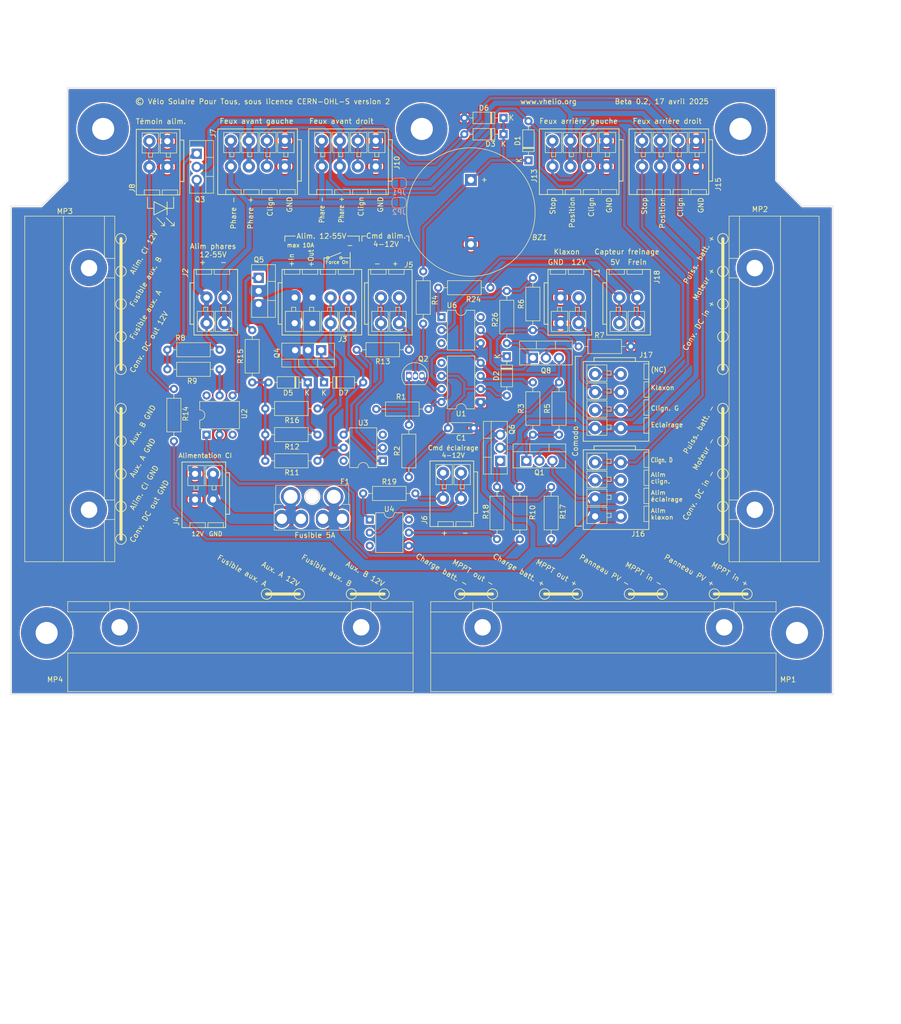
<source format=kicad_pcb>
(kicad_pcb (version 20211014) (generator pcbnew)

  (general
    (thickness 1.6)
  )

  (paper "A4")
  (layers
    (0 "F.Cu" signal)
    (31 "B.Cu" signal)
    (32 "B.Adhes" user "B.Adhesive")
    (33 "F.Adhes" user "F.Adhesive")
    (34 "B.Paste" user)
    (35 "F.Paste" user)
    (36 "B.SilkS" user "B.Silkscreen")
    (37 "F.SilkS" user "F.Silkscreen")
    (38 "B.Mask" user)
    (39 "F.Mask" user)
    (40 "Dwgs.User" user "User.Drawings")
    (41 "Cmts.User" user "User.Comments")
    (42 "Eco1.User" user "User.Eco1")
    (43 "Eco2.User" user "User.Eco2")
    (44 "Edge.Cuts" user)
    (45 "Margin" user)
    (46 "B.CrtYd" user "B.Courtyard")
    (47 "F.CrtYd" user "F.Courtyard")
    (48 "B.Fab" user)
    (49 "F.Fab" user)
    (50 "User.1" user)
    (51 "User.2" user)
    (52 "User.3" user)
    (53 "User.4" user)
    (54 "User.5" user)
    (55 "User.6" user)
    (56 "User.7" user)
    (57 "User.8" user)
    (58 "User.9" user)
  )

  (setup
    (stackup
      (layer "F.SilkS" (type "Top Silk Screen"))
      (layer "F.Paste" (type "Top Solder Paste"))
      (layer "F.Mask" (type "Top Solder Mask") (thickness 0.01))
      (layer "F.Cu" (type "copper") (thickness 0.035))
      (layer "dielectric 1" (type "core") (thickness 1.51) (material "FR4") (epsilon_r 4.5) (loss_tangent 0.02))
      (layer "B.Cu" (type "copper") (thickness 0.035))
      (layer "B.Mask" (type "Bottom Solder Mask") (thickness 0.01))
      (layer "B.Paste" (type "Bottom Solder Paste"))
      (layer "B.SilkS" (type "Bottom Silk Screen"))
      (copper_finish "None")
      (dielectric_constraints no)
    )
    (pad_to_mask_clearance 0)
    (pcbplotparams
      (layerselection 0x00010e0_ffffffff)
      (disableapertmacros false)
      (usegerberextensions false)
      (usegerberattributes true)
      (usegerberadvancedattributes true)
      (creategerberjobfile true)
      (svguseinch false)
      (svgprecision 6)
      (excludeedgelayer true)
      (plotframeref false)
      (viasonmask false)
      (mode 1)
      (useauxorigin false)
      (hpglpennumber 1)
      (hpglpenspeed 20)
      (hpglpendiameter 15.000000)
      (dxfpolygonmode true)
      (dxfimperialunits true)
      (dxfusepcbnewfont true)
      (psnegative false)
      (psa4output false)
      (plotreference true)
      (plotvalue true)
      (plotinvisibletext false)
      (sketchpadsonfab false)
      (subtractmaskfromsilk false)
      (outputformat 1)
      (mirror false)
      (drillshape 0)
      (scaleselection 1)
      (outputdirectory "")
    )
  )

  (net 0 "")
  (net 1 "GND")
  (net 2 "Net-(F1-Pad2)")
  (net 3 "Net-(D1-Pad2)")
  (net 4 "Net-(D3-Pad2)")
  (net 5 "/Phares")
  (net 6 "Net-(J1-Pad2)")
  (net 7 "/Flasher/Out")
  (net 8 "unconnected-(J17-Pad1)")
  (net 9 "/12V_5A")
  (net 10 "/Flasher/Enable")
  (net 11 "/Contacteur Phares/Input")
  (net 12 "/Contacteur Phares/GND")
  (net 13 "/Contacteur Phares/Output")
  (net 14 "Net-(D4-Pad2)")
  (net 15 "/Conv12V_In.Vbatt")
  (net 16 "/Contacteur alim./Input")
  (net 17 "/Contacteur alim./SW_On")
  (net 18 "/Contacteur alim./GND")
  (net 19 "/Contacteur alim./Cmd_GND")
  (net 20 "/Contacteur alim./Cmd_On")
  (net 21 "/Contacteur Eclairage/Cmd_On")
  (net 22 "/Contacteur Eclairage/Cmd_GND")
  (net 23 "Net-(Q4-Pad1)")
  (net 24 "Net-(Q5-Pad1)")
  (net 25 "Net-(C1-Pad1)")
  (net 26 "Net-(D2-Pad1)")
  (net 27 "Net-(D5-Pad2)")
  (net 28 "Net-(Q1-Pad1)")
  (net 29 "Net-(Q2-Pad1)")
  (net 30 "Net-(Q2-Pad2)")
  (net 31 "Net-(Q2-Pad3)")
  (net 32 "Net-(Q3-Pad1)")
  (net 33 "Net-(Q6-Pad1)")
  (net 34 "Net-(R3-Pad1)")
  (net 35 "Net-(R9-Pad2)")
  (net 36 "Net-(R10-Pad1)")
  (net 37 "Net-(R13-Pad1)")
  (net 38 "Net-(R18-Pad2)")
  (net 39 "Net-(R19-Pad1)")
  (net 40 "unconnected-(U1-Pad5)")
  (net 41 "unconnected-(U2-Pad3)")
  (net 42 "unconnected-(U2-Pad6)")
  (net 43 "unconnected-(U3-Pad3)")
  (net 44 "unconnected-(U3-Pad6)")
  (net 45 "unconnected-(U4-Pad3)")
  (net 46 "unconnected-(U4-Pad6)")
  (net 47 "/Contacteur feux stop/FeuxStop")
  (net 48 "/Contacteur feux stop/5V_Frein")
  (net 49 "/Contacteur feux stop/Signal_Frein")
  (net 50 "Net-(Q8-Pad1)")
  (net 51 "Net-(R24-Pad1)")
  (net 52 "unconnected-(U6-Pad3)")
  (net 53 "unconnected-(U6-Pad6)")

  (footprint "circuit:Wago_221-500_SplicingConnectorHolder" (layer "F.Cu") (at 95.25 82.55 90))

  (footprint "circuit:TerminalBlock_Wago_2601-3102_1x02_P3.50mm_Vertical" (layer "F.Cu") (at 198.429997 64.77))

  (footprint "circuit:MountingHole_5mm" (layer "F.Cu") (at 87 130))

  (footprint "Resistor_THT:R_Axial_DIN0207_L6.3mm_D2.5mm_P10.16mm_Horizontal" (layer "F.Cu") (at 147.32 74.93))

  (footprint "circuit:Buzzer_25x16_12.5" (layer "F.Cu") (at 169.545 41.91 -90))

  (footprint "Package_DIP:DIP-6_W7.62mm" (layer "F.Cu") (at 163.83 68.58))

  (footprint "Diode_THT:D_DO-35_SOD27_P7.62mm_Horizontal" (layer "F.Cu") (at 140.97 81.28))

  (footprint "Resistor_THT:R_Axial_DIN0207_L6.3mm_D2.5mm_P10.16mm_Horizontal" (layer "F.Cu") (at 174.625 101.6 -90))

  (footprint "Resistor_THT:R_Axial_DIN0207_L6.3mm_D2.5mm_P10.16mm_Horizontal" (layer "F.Cu") (at 181.61 60.96 -90))

  (footprint "circuit:TO-220-3_Vertical" (layer "F.Cu") (at 140.415001 75.02 180))

  (footprint "circuit:Generic_FuseHolder_MINI" (layer "F.Cu") (at 144.475 107.805 180))

  (footprint "Resistor_THT:R_Axial_DIN0207_L6.3mm_D2.5mm_P10.16mm_Horizontal" (layer "F.Cu") (at 161.29 86.46 180))

  (footprint "Package_DIP:DIP-8_W7.62mm" (layer "F.Cu") (at 171.45 85.09 180))

  (footprint "circuit:TerminalBlock_Wago_2601-3102_1x02_P3.50mm_Vertical" (layer "F.Cu") (at 119.38 104.06 180))

  (footprint "Resistor_THT:R_Axial_DIN0207_L6.3mm_D2.5mm_P10.16mm_Horizontal" (layer "F.Cu") (at 157.48 89.535 -90))

  (footprint "Resistor_THT:R_Axial_DIN0207_L6.3mm_D2.5mm_P10.16mm_Horizontal" (layer "F.Cu") (at 163.195 62.865))

  (footprint "Resistor_THT:R_Axial_DIN0207_L6.3mm_D2.5mm_P10.16mm_Horizontal" (layer "F.Cu") (at 176.53 63.5 -90))

  (footprint "Resistor_THT:R_Axial_DIN0207_L6.3mm_D2.5mm_P10.16mm_Horizontal" (layer "F.Cu") (at 179.07 111.76 90))

  (footprint "circuit:MountingHole_5mm" (layer "F.Cu") (at 98 32))

  (footprint "circuit:TerminalBlock_Wago_2601-3104_1x04_P3.50mm_Vertical" (layer "F.Cu") (at 195.920004 39.29 180))

  (footprint "circuit:TO-220-3_Vertical" (layer "F.Cu") (at 180.34 96.52))

  (footprint "Resistor_THT:R_Axial_DIN0207_L6.3mm_D2.5mm_P10.16mm_Horizontal" (layer "F.Cu") (at 110.49 78.74))

  (footprint "Diode_THT:D_DO-35_SOD27_P7.62mm_Horizontal" (layer "F.Cu") (at 137.795 81.28 180))

  (footprint "circuit:TerminalBlock_Wago_2601-3104_1x04_P3.50mm_Vertical" (layer "F.Cu") (at 213.370004 39.29 180))

  (footprint "circuit:TO-92L_Inline" (layer "F.Cu") (at 157.48 80.01))

  (footprint "circuit:MountingHole_5mm" (layer "F.Cu") (at 222 32))

  (footprint "Resistor_THT:R_Axial_DIN0207_L6.3mm_D2.5mm_P10.16mm_Horizontal" (layer "F.Cu") (at 129.54 86.36))

  (footprint "circuit:TerminalBlock_Wago_2601-3104_1x04_P3.50mm_Vertical" (layer "F.Cu") (at 133.35 39.29 180))

  (footprint "Diode_THT:D_DO-35_SOD27_P7.62mm_Horizontal" (layer "F.Cu") (at 175.895 33.02 180))

  (footprint "Resistor_THT:R_Axial_DIN0207_L6.3mm_D2.5mm_P10.16mm_Horizontal" (layer "F.Cu") (at 111.76 82.55 -90))

  (footprint "Diode_THT:D_DO-35_SOD27_P7.62mm_Horizontal" (layer "F.Cu") (at 176.53 76.2 -90))

  (footprint "Resistor_THT:R_Axial_DIN0207_L6.3mm_D2.5mm_P10.16mm_Horizontal" (layer "F.Cu") (at 181.61 81.28 -90))

  (footprint "Capacitor_THT:C_Disc_D4.3mm_W1.9mm_P5.00mm" (layer "F.Cu") (at 165.1 90.17))

  (footprint "Resistor_THT:R_Axial_DIN0207_L6.3mm_D2.5mm_P10.16mm_Horizontal" (layer "F.Cu") (at 160.274 69.85 90))

  (footprint "circuit:TerminalBlock_Wago_2601-3102_1x02_P3.50mm_Vertical" (layer "F.Cu") (at 152.055 64.77))

  (footprint "Diode_THT:D_DO-35_SOD27_P7.62mm_Horizontal" (layer "F.Cu") (at 180.75 38.1 90))

  (footprint "circuit:TerminalBlock_Wago_2601-3104_1x04_P3.50mm_Vertical" (layer "F.Cu") (at 198.7161 96.829996 -90))

  (footprint "circuit:TO-220-3_Vertical" (layer "F.Cu") (at 116.205 36.83 -90))

  (footprint "Diode_THT:D_DO-35_SOD27_P7.62mm_Horizontal" (layer "F.Cu") (at 175.895 29.845 180))

  (footprint "circuit:TerminalBlock_Wago_2601-3104_1x04_P3.50mm_Vertical" (layer "F.Cu")
    (tedit 67E5B593) (tstamp 87af2957-c7cf-4ad5-b3b0-0d3b1f7e8419)
    (at 135.255 64.77)
    (tags "Wago 2601-3104")
    (property "Sheetfile" "circuit.kicad_sch")
    (property "Sheetname" "")
    (path "/14a8bea9-2369-4417-8404-546b703c6cc5")
    (attr through_hole)
    (fp_text reference "J3" (at 8.341004 8.128 unlocked) (layer "F.SilkS")
      (effects (font (size 1 1) (thickness 0.15) italic) (justify left))
      (tstamp 75a550ee-5c56-40de-8acf-51dfdc8df774)
    )
    (fp_text value "Conn_Contacteur55V" (at 6.35 12.7 unlocked) (layer "F.Fab")
      (effects (font (size 1 1) (thickness 0.15)))
      (tstamp 0b832163-a351-433a-bb92-092f1e6d08aa)
    )
    (fp_text user "${REFERENCE}" (at -2.54 8.89 unlocked) (layer "F.Fab")
      (effects (font (size 1 1) (thickness 0.15)) (justify left))
      (tstamp 8a30490c-1e03-4c9a-b75d-5c36047969d6)
    )
    (fp_line (start 1.500004 -4.5) (end 1.500004 -5.5) (layer "F.SilkS") (width 0.12) (tstamp 042c4dc7-15da-4bf4-8443-bb77cdd2791c))
    (fp_line (start 9.900004 1.9) (end 9.900004 2.7) (layer "F.SilkS") (width 0.12) (ts
... [1837740 chars truncated]
</source>
